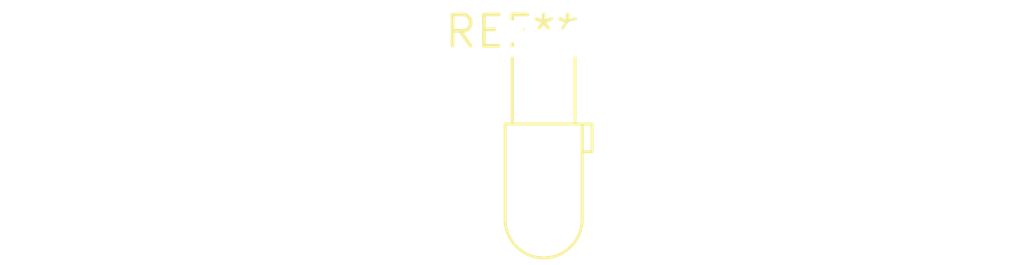
<source format=kicad_pcb>
(kicad_pcb (version 20240108) (generator pcbnew)
  (layers (0 "F.Cu" signal) (31 "B.Cu" signal) (34 "B.Paste" user) (35 "F.Paste" user) (36 "B.SilkS" user "B.Silkscreen") (37 "F.SilkS" user "F.Silkscreen") (38 "B.Mask" user) (39 "F.Mask" user) (44 "Edge.Cuts" user))
  (net 0 "")
  (footprint "LED_D3.0mm_Horizontal_O3.81mm_Z2.0mm" (layer "F.Cu") (at 0 0)
    (property "Reference" "REF**")
    (property "Value" "LED_D3.0mm_Horizontal_O3.81mm_Z2.0mm")
    (fp_line (start -0.29 3.75) (end -0.29 7.61) (layer "F.SilkS") (stroke (width 0.12)))
    (fp_line (start -0.29 3.75) (end 2.83 3.75) (layer "F.SilkS") (stroke (width 0.12)))
    (fp_line (start 0 1.08) (end 0 1.08) (layer "F.SilkS") (stroke (width 0.12)))
    (fp_line (start 0 1.08) (end 0 3.75) (layer "F.SilkS") (stroke (width 0.12)))
    (fp_line (start 0 3.75) (end 0 1.08) (layer "F.SilkS") (stroke (width 0.12)))
    (fp_line (start 0 3.75) (end 0 3.75) (layer "F.SilkS") (stroke (width 0.12)))
    (fp_line (start 2.54 1.08) (end 2.54 1.08) (layer "F.SilkS") (stroke (width 0.12)))
    (fp_line (start 2.54 1.08) (end 2.54 3.75) (layer "F.SilkS") (stroke (width 0.12)))
    (fp_line (start 2.54 3.75) (end 2.54 1.08) (layer "F.SilkS") (stroke (width 0.12)))
    (fp_line (start 2.54 3.75) (end 2.54 3.75) (layer "F.SilkS") (stroke (width 0.12)))
    (fp_line (start 2.83 3.75) (end 2.83 7.61) (layer "F.SilkS") (stroke (width 0.12)))
    (fp_line (start 2.83 3.75) (end 3.23 3.75) (layer "F.SilkS") (stroke (width 0.12)))
    (fp_line (start 2.83 4.87) (end 2.83 3.75) (layer "F.SilkS") (stroke (width 0.12)))
    (fp_line (start 3.23 3.75) (end 3.23 4.87) (layer "F.SilkS") (stroke (width 0.12)))
    (fp_line (start 3.23 4.87) (end 2.83 4.87) (layer "F.SilkS") (stroke (width 0.12)))
    (fp_arc (start 2.83 7.61) (mid 1.27 9.17) (end -0.29 7.61) (layer "F.SilkS") (stroke (width 0.12)))
    (pad "1" thru_hole rect (at 0 0) (size 1.8 1.8) (drill 0.9) (layers *.Cu *.Mask) (remove_unused_layers))
    (pad "2" thru_hole circle (at 2.54 0) (size 1.8 1.8) (drill 0.9) (layers *.Cu *.Mask) (remove_unused_layers))
  )
)
</source>
